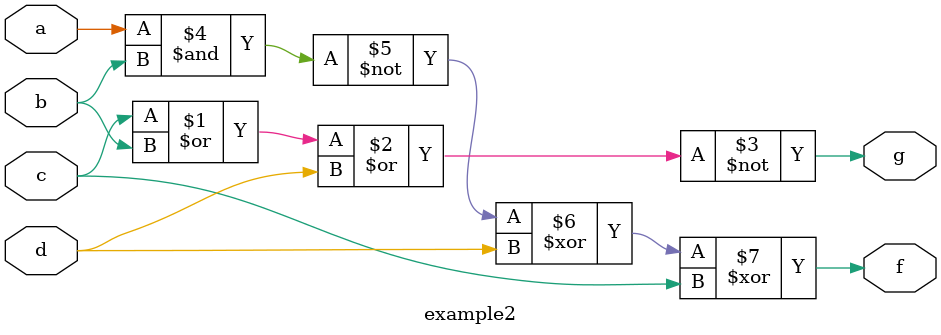
<source format=v>
module example2(a, b, c,d,g,f);
input a, b,c,d;
output g,f;
assign g=~(c|b|d);
assign f=(~(a&b))^d^c;

endmodule

</source>
